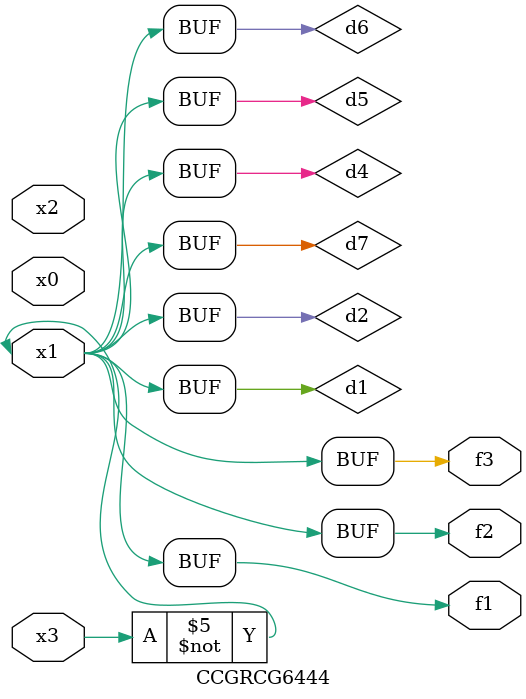
<source format=v>
module CCGRCG6444(
	input x0, x1, x2, x3,
	output f1, f2, f3
);

	wire d1, d2, d3, d4, d5, d6, d7;

	not (d1, x3);
	buf (d2, x1);
	xnor (d3, d1, d2);
	nor (d4, d1);
	buf (d5, d1, d2);
	buf (d6, d4, d5);
	nand (d7, d4);
	assign f1 = d6;
	assign f2 = d7;
	assign f3 = d6;
endmodule

</source>
